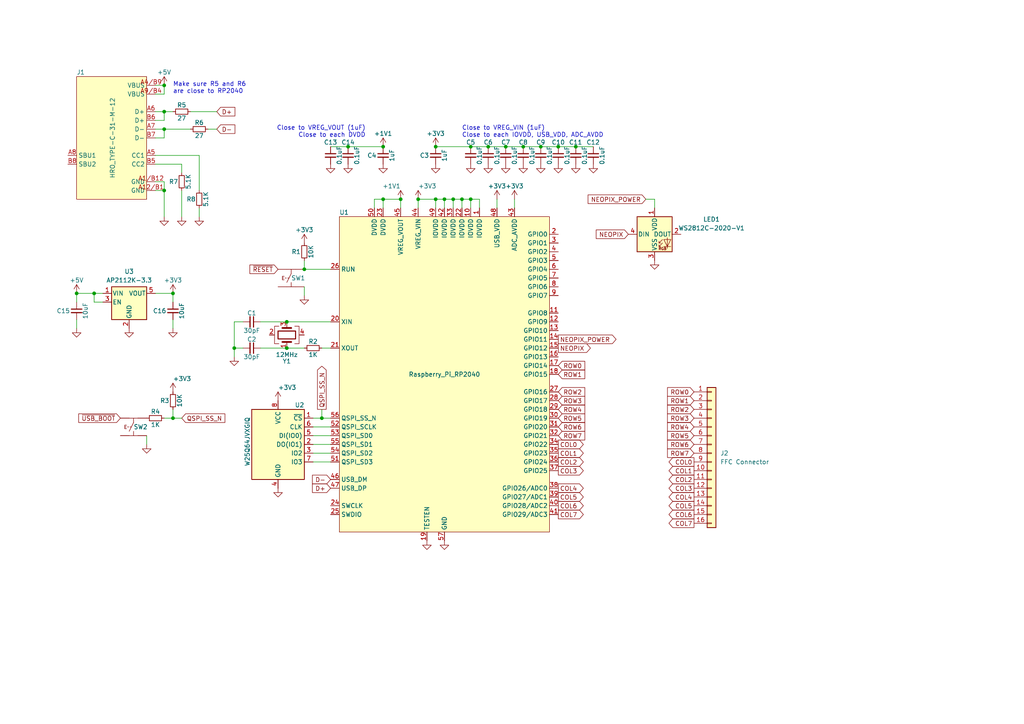
<source format=kicad_sch>
(kicad_sch (version 20230121) (generator eeschema)
  (paper "A4")
  (title_block (title "Five Octave - MCU") (date "2023-08-14") (rev "0.1.0-wip.1") (comment 1 "https://github.com/takayoshiotake/five-octave-61-key-keyboard"))
  (lib_symbols
    (symbol "Connector_Generic:Conn_01x16" (pin_names (offset 1.016) hide)
      (property "Reference" "J" (at 0 20.32 0))
      (property "Value" "Conn_01x16" (at 0 -22.86 0))
      (symbol "Conn_01x16_1_1"
        (rectangle (start -1.27 -20.193) (end 0 -20.447) (stroke (width 0.1524)))
        (rectangle (start -1.27 -17.653) (end 0 -17.907) (stroke (width 0.1524)))
        (rectangle (start -1.27 -15.113) (end 0 -15.367) (stroke (width 0.1524)))
        (rectangle (start -1.27 -12.573) (end 0 -12.827) (stroke (width 0.1524)))
        (rectangle (start -1.27 -10.033) (end 0 -10.287) (stroke (width 0.1524)))
        (rectangle (start -1.27 -7.493) (end 0 -7.747) (stroke (width 0.1524)))
        (rectangle (start -1.27 -4.953) (end 0 -5.207) (stroke (width 0.1524)))
        (rectangle (start -1.27 -2.413) (end 0 -2.667) (stroke (width 0.1524)))
        (rectangle (start -1.27 0.127) (end 0 -0.127) (stroke (width 0.1524)))
        (rectangle (start -1.27 2.667) (end 0 2.413) (stroke (width 0.1524)))
        (rectangle (start -1.27 5.207) (end 0 4.953) (stroke (width 0.1524)))
        (rectangle (start -1.27 7.747) (end 0 7.493) (stroke (width 0.1524)))
        (rectangle (start -1.27 10.287) (end 0 10.033) (stroke (width 0.1524)))
        (rectangle (start -1.27 12.827) (end 0 12.573) (stroke (width 0.1524)))
        (rectangle (start -1.27 15.367) (end 0 15.113) (stroke (width 0.1524)))
        (rectangle (start -1.27 17.907) (end 0 17.653) (stroke (width 0.1524)))
        (rectangle (start -1.27 19.05) (end 1.27 -21.59) (stroke (width 0.254)) (fill (type background)))
        (pin passive line (at -5.08 17.78 0) (length 3.81) (name "Pin_1") (number "1"))
        (pin passive line (at -5.08 -5.08 0) (length 3.81) (name "Pin_10") (number "10"))
        (pin passive line (at -5.08 -7.62 0) (length 3.81) (name "Pin_11") (number "11"))
        (pin passive line (at -5.08 -10.16 0) (length 3.81) (name "Pin_12") (number "12"))
        (pin passive line (at -5.08 -12.7 0) (length 3.81) (name "Pin_13") (number "13"))
        (pin passive line (at -5.08 -15.24 0) (length 3.81) (name "Pin_14") (number "14"))
        (pin passive line (at -5.08 -17.78 0) (length 3.81) (name "Pin_15") (number "15"))
        (pin passive line (at -5.08 -20.32 0) (length 3.81) (name "Pin_16") (number "16"))
        (pin passive line (at -5.08 15.24 0) (length 3.81) (name "Pin_2") (number "2"))
        (pin passive line (at -5.08 12.7 0) (length 3.81) (name "Pin_3") (number "3"))
        (pin passive line (at -5.08 10.16 0) (length 3.81) (name "Pin_4") (number "4"))
        (pin passive line (at -5.08 7.62 0) (length 3.81) (name "Pin_5") (number "5"))
        (pin passive line (at -5.08 5.08 0) (length 3.81) (name "Pin_6") (number "6"))
        (pin passive line (at -5.08 2.54 0) (length 3.81) (name "Pin_7") (number "7"))
        (pin passive line (at -5.08 0 0) (length 3.81) (name "Pin_8") (number "8"))
        (pin passive line (at -5.08 -2.54 0) (length 3.81) (name "Pin_9") (number "9"))
      )
    )
    (symbol "Device:C_Small" (pin_numbers hide) (pin_names (offset 0.254) hide)
      (property "Reference" "C" (at 0.254 1.778 0))
      (property "Value" "C_Small" (at 0.254 -2.032 0))
      (symbol "C_Small_0_1"
        (polyline (pts (xy -1.524 -0.508) (xy 1.524 -0.508)) (stroke (width 0.3302)))
        (polyline (pts (xy -1.524 0.508) (xy 1.524 0.508)) (stroke (width 0.3048)))
      )
      (symbol "C_Small_1_1"
        (pin passive line (at 0 2.54 270) (length 2.032) (name "~") (number "1"))
        (pin passive line (at 0 -2.54 90) (length 2.032) (name "~") (number "2"))
      )
    )
    (symbol "Device:Crystal_GND24" (pin_names (offset 1.016) hide)
      (property "Reference" "Y" (at 3.175 5.08 0))
      (property "Value" "Crystal_GND24" (at 3.175 3.175 0))
      (symbol "Crystal_GND24_0_1"
        (rectangle (start -1.143 2.54) (end 1.143 -2.54) (stroke (width 0.3048)))
        (polyline (pts (xy -2.54 0) (xy -2.032 0)))
        (polyline (pts (xy -2.032 -1.27) (xy -2.032 1.27)) (stroke (width 0.508)))
        (polyline (pts (xy 0 -3.81) (xy 0 -3.556)))
        (polyline (pts (xy 0 3.556) (xy 0 3.81)))
        (polyline (pts (xy 2.032 -1.27) (xy 2.032 1.27)) (stroke (width 0.508)))
        (polyline (pts (xy 2.032 0) (xy 2.54 0)))
        (polyline (pts (xy -2.54 -2.286) (xy -2.54 -3.556) (xy 2.54 -3.556) (xy 2.54 -2.286)))
        (polyline (pts (xy -2.54 2.286) (xy -2.54 3.556) (xy 2.54 3.556) (xy 2.54 2.286)))
      )
      (symbol "Crystal_GND24_1_1"
        (pin passive line (at -3.81 0 0) (length 1.27) (name "1") (number "1"))
        (pin passive line (at 0 5.08 270) (length 1.27) (name "2") (number "2"))
        (pin passive line (at 3.81 0 180) (length 1.27) (name "3") (number "3"))
        (pin passive line (at 0 -5.08 90) (length 1.27) (name "4") (number "4"))
      )
    )
    (symbol "Device:R_Small" (pin_numbers hide) (pin_names (offset 0.254) hide)
      (property "Reference" "R" (at 0.762 0.508 0))
      (property "Value" "R_Small" (at 0.762 -1.016 0))
      (symbol "R_Small_0_1"
        (rectangle (start -0.762 1.778) (end 0.762 -1.778) (stroke (width 0.2032)))
      )
      (symbol "R_Small_1_1"
        (pin passive line (at 0 2.54 270) (length 0.762) (name "~") (number "1"))
        (pin passive line (at 0 -2.54 90) (length 0.762) (name "~") (number "2"))
      )
    )
    (symbol "LED:WS2812B" (pin_names (offset 0.254))
      (property "Reference" "D" (at 5.08 5.715 0))
      (property "Value" "WS2812B" (at 1.27 -5.715 0))
      (symbol "WS2812B_0_0"
        (text "RGB" (at 2.286 -4.191 0) (effects (font (size 0.762 0.762))))
      )
      (symbol "WS2812B_0_1"
        (polyline (pts (xy 1.27 -3.556) (xy 1.778 -3.556)))
        (polyline (pts (xy 1.27 -2.54) (xy 1.778 -2.54)))
        (polyline (pts (xy 4.699 -3.556) (xy 2.667 -3.556)))
        (polyline (pts (xy 2.286 -2.54) (xy 1.27 -3.556) (xy 1.27 -3.048)))
        (polyline (pts (xy 2.286 -1.524) (xy 1.27 -2.54) (xy 1.27 -2.032)))
        (polyline (pts (xy 3.683 -1.016) (xy 3.683 -3.556) (xy 3.683 -4.064)))
        (polyline (pts (xy 4.699 -1.524) (xy 2.667 -1.524) (xy 3.683 -3.556) (xy 4.699 -1.524)))
        (rectangle (start 5.08 5.08) (end -5.08 -5.08) (stroke (width 0.254)) (fill (type background)))
      )
      (symbol "WS2812B_1_1"
        (pin power_in line (at 0 7.62 270) (length 2.54) (name "VDD") (number "1"))
        (pin output line (at 7.62 0 180) (length 2.54) (name "DOUT") (number "2"))
        (pin power_in line (at 0 -7.62 90) (length 2.54) (name "VSS") (number "3"))
        (pin input line (at -7.62 0 0) (length 2.54) (name "DIN") (number "4"))
      )
    )
    (symbol "Project_Library:Alps_Alpine_SKRP" (pin_numbers hide) (pin_names (offset 0) hide)
      (property "Reference" "SW" (at 0 7.62 0))
      (property "Value" "Alps_Alpine_SKRP" (at 0 5.08 0))
      (symbol "Alps_Alpine_SKRP_0_0"
        (polyline (pts (xy 0 1.27) (xy 1.27 -1.27)))
        (polyline (pts (xy 0.635 0) (xy 1.016 0)))
        (polyline (pts (xy 1.397 0) (xy 1.778 0)))
        (polyline (pts (xy 2.032 -0.508) (xy 2.54 -0.508)))
        (polyline (pts (xy 2.032 0.508) (xy 2.54 0.508)))
        (polyline (pts (xy 2.159 0) (xy 2.54 0)))
        (polyline (pts (xy 2.54 0.508) (xy 2.54 -0.508)))
      )
      (symbol "Alps_Alpine_SKRP_0_1"
        (polyline (pts (xy -1.27 -2.54) (xy 1.27 -2.54)))
        (polyline (pts (xy 0 -1.27) (xy 0 -2.54)))
        (polyline (pts (xy 0 2.54) (xy 0 1.27)))
        (polyline (pts (xy 1.27 2.54) (xy -1.27 2.54)))
        (pin passive line (at -3.81 2.54 0) (length 2.54) (name "1") (number "1"))
        (pin passive line (at 3.81 2.54 180) (length 2.54) (name "2") (number "2"))
        (pin passive line (at -3.81 -2.54 0) (length 2.54) (name "3") (number "3"))
        (pin passive line (at 3.81 -2.54 180) (length 2.54) (name "4") (number "4"))
      )
    )
    (symbol "Project_Library:HRO_TYPE-C-31-M-12"
      (property "Reference" "J" (at 0 20.32 0))
      (property "Value" "HRO_TYPE-C-31-M-12" (at 0 -20.32 0))
      (symbol "HRO_TYPE-C-31-M-12_0_1"
        (rectangle (start -10.16 17.78) (end 10.16 -17.78) (fill (type background)))
      )
      (symbol "HRO_TYPE-C-31-M-12_1_1"
        (pin power_out line (at 12.7 -12.7 180) (length 2.54) (name "GND") (number "A1/B12"))
        (pin power_out line (at 12.7 -15.24 180) (length 2.54) (name "GND") (number "A12/B1"))
        (pin power_out line (at 12.7 15.24 180) (length 2.54) (name "VBUS") (number "A4/B9"))
        (pin passive line (at 12.7 -5.08 180) (length 2.54) (name "CC1") (number "A5"))
        (pin passive line (at 12.7 7.62 180) (length 2.54) (name "D+") (number "A6"))
        (pin passive line (at 12.7 2.54 180) (length 2.54) (name "D-") (number "A7"))
        (pin passive line (at -12.7 -5.08 0) (length 2.54) (name "SBU1") (number "A8"))
        (pin power_out line (at 12.7 12.7 180) (length 2.54) (name "VBUS") (number "A9/B4"))
        (pin passive line (at 12.7 -7.62 180) (length 2.54) (name "CC2") (number "B5"))
        (pin passive line (at 12.7 5.08 180) (length 2.54) (name "D+") (number "B6"))
        (pin passive line (at 12.7 0 180) (length 2.54) (name "D-") (number "B7"))
        (pin passive line (at -12.7 -7.62 0) (length 2.54) (name "SBU2") (number "B8"))
      )
    )
    (symbol "Project_Library:Raspberry_Pi_RP2040"
      (property "Reference" "U" (at -30.48 48.26 0))
      (property "Value" "Raspberry_Pi_RP2040" (at 30.48 -48.26 0))
      (symbol "Raspberry_Pi_RP2040_0_1"
        (rectangle (start -30.48 45.72) (end 30.48 -45.72) (fill (type background)))
      )
      (symbol "Raspberry_Pi_RP2040_1_1"
        (pin power_in line (at 10.16 48.26 270) (length 2.54) (name "IOVDD") (number "1"))
        (pin power_in line (at 7.62 48.26 270) (length 2.54) (name "IOVDD") (number "10"))
        (pin bidirectional line (at 33.02 17.78 180) (length 2.54) (name "GPIO8") (number "11"))
        (pin bidirectional line (at 33.02 15.24 180) (length 2.54) (name "GPIO9") (number "12"))
        (pin bidirectional line (at 33.02 12.7 180) (length 2.54) (name "GPIO10") (number "13"))
        (pin bidirectional line (at 33.02 10.16 180) (length 2.54) (name "GPIO11") (number "14"))
        (pin bidirectional line (at 33.02 7.62 180) (length 2.54) (name "GPIO12") (number "15"))
        (pin bidirectional line (at 33.02 5.08 180) (length 2.54) (name "GPIO13") (number "16"))
        (pin bidirectional line (at 33.02 2.54 180) (length 2.54) (name "GPIO14") (number "17"))
        (pin bidirectional line (at 33.02 0 180) (length 2.54) (name "GPIO15") (number "18"))
        (pin passive line (at -5.08 -48.26 90) (length 2.54) (name "TESTEN") (number "19"))
        (pin bidirectional line (at 33.02 40.64 180) (length 2.54) (name "GPIO0") (number "2"))
        (pin input line (at -33.02 15.24 0) (length 2.54) (name "XIN") (number "20"))
        (pin passive line (at -33.02 7.62 0) (length 2.54) (name "XOUT") (number "21"))
        (pin power_in line (at 5.08 48.26 270) (length 2.54) (name "IOVDD") (number "22"))
        (pin power_in line (at -17.78 48.26 270) (length 2.54) (name "DVDD") (number "23"))
        (pin output line (at -33.02 -38.1 0) (length 2.54) (name "SWCLK") (number "24"))
        (pin bidirectional line (at -33.02 -40.64 0) (length 2.54) (name "SWDIO") (number "25"))
        (pin input line (at -33.02 30.48 0) (length 2.54) (name "RUN") (number "26"))
        (pin bidirectional line (at 33.02 -5.08 180) (length 2.54) (name "GPIO16") (number "27"))
        (pin bidirectional line (at 33.02 -7.62 180) (length 2.54) (name "GPIO17") (number "28"))
        (pin bidirectional line (at 33.02 -10.16 180) (length 2.54) (name "GPIO18") (number "29"))
        (pin bidirectional line (at 33.02 38.1 180) (length 2.54) (name "GPIO1") (number "3"))
        (pin bidirectional line (at 33.02 -12.7 180) (length 2.54) (name "GPIO19") (number "30"))
        (pin bidirectional line (at 33.02 -15.24 180) (length 2.54) (name "GPIO20") (number "31"))
        (pin bidirectional line (at 33.02 -17.78 180) (length 2.54) (name "GPIO21") (number "32"))
        (pin power_in line (at 2.54 48.26 270) (length 2.54) (name "IOVDD") (number "33"))
        (pin bidirectional line (at 33.02 -20.32 180) (length 2.54) (name "GPIO22") (number "34"))
        (pin bidirectional line (at 33.02 -22.86 180) (length 2.54) (name "GPIO23") (number "35"))
        (pin bidirectional line (at 33.02 -25.4 180) (length 2.54) (name "GPIO24") (number "36"))
        (pin bidirectional line (at 33.02 -27.94 180) (length 2.54) (name "GPIO25") (number "37"))
        (pin bidirectional line (at 33.02 -33.02 180) (length 2.54) (name "GPIO26/ADC0") (number "38"))
        (pin bidirectional line (at 33.02 -35.56 180) (length 2.54) (name "GPIO27/ADC1") (number "39"))
        (pin bidirectional line (at 33.02 35.56 180) (length 2.54) (name "GPIO2") (number "4"))
        (pin bidirectional line (at 33.02 -38.1 180) (length 2.54) (name "GPIO28/ADC2") (number "40"))
        (pin bidirectional line (at 33.02 -40.64 180) (length 2.54) (name "GPIO29/ADC3") (number "41"))
        (pin power_in line (at 0 48.26 270) (length 2.54) (name "IOVDD") (number "42"))
        (pin power_in line (at 20.32 48.26 270) (length 2.54) (name "ADC_AVDD") (number "43"))
        (pin power_in line (at -7.62 48.26 270) (length 2.54) (name "VREG_VIN") (number "44"))
        (pin power_out line (at -12.7 48.26 270) (length 2.54) (name "VREG_VOUT") (number "45"))
        (pin bidirectional line (at -33.02 -30.48 0) (length 2.54) (name "USB_DM") (number "46"))
        (pin bidirectional line (at -33.02 -33.02 0) (length 2.54) (name "USB_DP") (number "47"))
        (pin power_in line (at 15.24 48.26 270) (length 2.54) (name "USB_VDD") (number "48"))
        (pin power_in line (at -2.54 48.26 270) (length 2.54) (name "IOVDD") (number "49"))
        (pin bidirectional line (at 33.02 33.02 180) (length 2.54) (name "GPIO3") (number "5"))
        (pin power_in line (at -20.32 48.26 270) (length 2.54) (name "DVDD") (number "50"))
        (pin bidirectional line (at -33.02 -25.4 0) (length 2.54) (name "QSPI_SD3") (number "51"))
        (pin output line (at -33.02 -15.24 0) (length 2.54) (name "QSPI_SCLK") (number "52"))
        (pin bidirectional line (at -33.02 -17.78 0) (length 2.54) (name "QSPI_SD0") (number "53"))
        (pin bidirectional line (at -33.02 -22.86 0) (length 2.54) (name "QSPI_SD2") (number "54"))
        (pin bidirectional line (at -33.02 -20.32 0) (length 2.54) (name "QSPI_SD1") (number "55"))
        (pin bidirectional line (at -33.02 -12.7 0) (length 2.54) (name "QSPI_SS_N") (number "56"))
        (pin power_in line (at 0 -48.26 90) (length 2.54) (name "GND") (number "57"))
        (pin bidirectional line (at 33.02 30.48 180) (length 2.54) (name "GPIO4") (number "6"))
        (pin bidirectional line (at 33.02 27.94 180) (length 2.54) (name "GPIO5") (number "7"))
        (pin bidirectional line (at 33.02 25.4 180) (length 2.54) (name "GPIO6") (number "8"))
        (pin bidirectional line (at 33.02 22.86 180) (length 2.54) (name "GPIO7") (number "9"))
      )
    )
    (symbol "Regulator_Linear:AP2112K-3.3" (pin_names (offset 0.254))
      (property "Reference" "U" (at -5.08 5.715 0))
      (property "Value" "AP2112K-3.3" (at 0 5.715 0))
      (symbol "AP2112K-3.3_0_1"
        (rectangle (start -5.08 4.445) (end 5.08 -5.08) (stroke (width 0.254)) (fill (type background)))
      )
      (symbol "AP2112K-3.3_1_1"
        (pin power_in line (at -7.62 2.54 0) (length 2.54) (name "VIN") (number "1"))
        (pin power_in line (at 0 -7.62 90) (length 2.54) (name "GND") (number "2"))
        (pin input line (at -7.62 0 0) (length 2.54) (name "EN") (number "3"))
        (pin no_connect line (at 5.08 0 180) (length 2.54) hide (name "NC") (number "4"))
        (pin power_out line (at 7.62 2.54 180) (length 2.54) (name "VOUT") (number "5"))
      )
    )
    (symbol "W25Q32JVSS_1"
      (property "Reference" "U" (at -6.35 11.43 0))
      (property "Value" "W25Q32JVSS" (at 7.62 11.43 0))
      (symbol "W25Q32JVSS_1_0_1"
        (rectangle (start -7.62 10.16) (end 7.62 -10.16) (stroke (width 0.254)) (fill (type background)))
      )
      (symbol "W25Q32JVSS_1_1_1"
        (pin input line (at -10.16 7.62 0) (length 2.54) (name "~{CS}") (number "1"))
        (pin bidirectional line (at -10.16 0 0) (length 2.54) (name "DO(IO1)") (number "2"))
        (pin bidirectional line (at -10.16 -2.54 0) (length 2.54) (name "IO2") (number "3"))
        (pin power_in line (at 0 -12.7 90) (length 2.54) (name "GND") (number "4"))
        (pin bidirectional line (at -10.16 2.54 0) (length 2.54) (name "DI(IO0)") (number "5"))
        (pin input line (at -10.16 5.08 0) (length 2.54) (name "CLK") (number "6"))
        (pin bidirectional line (at -10.16 -5.08 0) (length 2.54) (name "IO3") (number "7"))
        (pin power_in line (at 0 12.7 270) (length 2.54) (name "VCC") (number "8"))
      )
    )
    (symbol "power:+1V1" (power) (pin_names (offset 0))
      (property "Value" "+1V1" (at 0 3.556 0))
      (symbol "+1V1_0_1"
        (polyline (pts (xy -0.762 1.27) (xy 0 2.54)))
        (polyline (pts (xy 0 0) (xy 0 2.54)))
        (polyline (pts (xy 0 2.54) (xy 0.762 1.27)))
      )
      (symbol "+1V1_1_1"
        (pin power_in line (at 0 0 90) (length 0) hide (name "+1V1") (number "1"))
      )
    )
    (symbol "power:+3V3" (power) (pin_names (offset 0))
      (property "Value" "+3V3" (at 0 3.556 0))
      (symbol "+3V3_0_1"
        (polyline (pts (xy -0.762 1.27) (xy 0 2.54)))
        (polyline (pts (xy 0 0) (xy 0 2.54)))
        (polyline (pts (xy 0 2.54) (xy 0.762 1.27)))
      )
      (symbol "+3V3_1_1"
        (pin power_in line (at 0 0 90) (length 0) hide (name "+3V3") (number "1"))
      )
    )
    (symbol "power:+5V" (power) (pin_names (offset 0))
      (property "Value" "+5V" (at 0 3.556 0))
      (symbol "+5V_0_1"
        (polyline (pts (xy -0.762 1.27) (xy 0 2.54)))
        (polyline (pts (xy 0 0) (xy 0 2.54)))
        (polyline (pts (xy 0 2.54) (xy 0.762 1.27)))
      )
      (symbol "+5V_1_1"
        (pin power_in line (at 0 0 90) (length 0) hide (name "+5V") (number "1"))
      )
    )
    (symbol "power:GND" (power) (pin_names (offset 0))
      (property "Value" "GND" (at 0 -3.81 0))
      (symbol "GND_0_1"
        (polyline (pts (xy 0 0) (xy 0 -1.27) (xy 1.27 -1.27) (xy 0 -2.54) (xy -1.27 -1.27) (xy 0 -1.27)))
      )
      (symbol "GND_1_1"
        (pin power_in line (at 0 0 270) (length 0) hide (name "GND") (number "1"))
      )
    )
  )
  (junction (at 133.985 57.785))
  (junction (at 47.625 32.385))
  (junction (at 146.685 42.545))
  (junction (at 22.225 85.09))
  (junction (at 50.165 121.285))
  (junction (at 126.365 57.785))
  (junction (at 50.165 85.09))
  (junction (at 136.525 57.785))
  (junction (at 111.125 42.545))
  (junction (at 136.525 42.545))
  (junction (at 128.905 57.785))
  (junction (at 151.765 42.545))
  (junction (at 47.625 37.465))
  (junction (at 83.185 93.345))
  (junction (at 156.845 42.545))
  (junction (at 111.125 57.785))
  (junction (at 47.625 55.245))
  (junction (at 88.265 78.105))
  (junction (at 126.365 42.545))
  (junction (at 167.005 42.545))
  (junction (at 131.445 57.785))
  (junction (at 47.625 24.765))
  (junction (at 93.345 121.285))
  (junction (at 116.205 57.785))
  (junction (at 121.285 57.785))
  (junction (at 141.605 42.545))
  (junction (at 161.925 42.545))
  (junction (at 100.965 42.545))
  (junction (at 67.945 100.965))
  (junction (at 27.305 85.09))
  (junction (at 83.185 100.965))
  (wire (pts (xy 139.065 57.785) (xy 136.525 57.785)))
  (wire (pts (xy 93.345 118.745) (xy 93.345 121.285)))
  (wire (pts (xy 90.805 126.365) (xy 95.885 126.365)))
  (wire (pts (xy 45.085 52.705) (xy 47.625 52.705)))
  (wire (pts (xy 22.225 85.09) (xy 27.305 85.09)))
  (wire (pts (xy 133.985 57.785) (xy 133.985 60.325)))
  (wire (pts (xy 144.145 57.785) (xy 144.145 60.325)))
  (wire (pts (xy 45.085 34.925) (xy 47.625 34.925)))
  (wire (pts (xy 45.085 24.765) (xy 47.625 24.765)))
  (wire (pts (xy 141.605 42.545) (xy 146.685 42.545)))
  (wire (pts (xy 116.205 57.785) (xy 116.205 60.325)))
  (wire (pts (xy 126.365 57.785) (xy 121.285 57.785)))
  (wire (pts (xy -25.4 149.86) (xy -25.4 152.4)))
  (wire (pts (xy 128.905 57.785) (xy 126.365 57.785)))
  (wire (pts (xy 90.805 123.825) (xy 95.885 123.825)))
  (wire (pts (xy 45.085 27.305) (xy 47.625 27.305)))
  (wire (pts (xy 90.805 133.985) (xy 95.885 133.985)))
  (wire (pts (xy 42.545 126.365) (xy 42.545 128.905)))
  (wire (pts (xy 47.625 52.705) (xy 47.625 55.245)))
  (wire (pts (xy 151.765 42.545) (xy 156.845 42.545)))
  (wire (pts (xy 47.625 121.285) (xy 50.165 121.285)))
  (wire (pts (xy 45.085 55.245) (xy 47.625 55.245)))
  (wire (pts (xy 45.085 85.09) (xy 50.165 85.09)))
  (wire (pts (xy 90.805 121.285) (xy 93.345 121.285)))
  (wire (pts (xy 45.085 47.625) (xy 52.705 47.625)))
  (wire (pts (xy 47.625 37.465) (xy 55.245 37.465)))
  (wire (pts (xy 52.705 55.245) (xy 52.705 62.865)))
  (wire (pts (xy 100.965 42.545) (xy 111.125 42.545)))
  (wire (pts (xy 29.845 85.09) (xy 27.305 85.09)))
  (wire (pts (xy 156.845 42.545) (xy 161.925 42.545)))
  (wire (pts (xy 88.265 78.105) (xy 95.885 78.105)))
  (wire (pts (xy 50.165 92.71) (xy 50.165 95.25)))
  (wire (pts (xy 161.925 42.545) (xy 167.005 42.545)))
  (wire (pts (xy 45.085 37.465) (xy 47.625 37.465)))
  (wire (pts (xy 22.225 85.09) (xy 22.225 87.63)))
  (wire (pts (xy 47.625 32.385) (xy 50.165 32.385)))
  (wire (pts (xy 88.265 83.185) (xy 88.265 85.725)))
  (wire (pts (xy 126.365 60.325) (xy 126.365 57.785)))
  (wire (pts (xy 146.685 42.545) (xy 151.765 42.545)))
  (wire (pts (xy 108.585 60.325) (xy 108.585 57.785)))
  (wire (pts (xy 136.525 57.785) (xy 133.985 57.785)))
  (wire (pts (xy 131.445 57.785) (xy 131.445 60.325)))
  (wire (pts (xy 47.625 40.005) (xy 47.625 37.465)))
  (wire (pts (xy 139.065 60.325) (xy 139.065 57.785)))
  (wire (pts (xy 126.365 42.545) (xy 136.525 42.545)))
  (wire (pts (xy 111.125 57.785) (xy 116.205 57.785)))
  (wire (pts (xy 111.125 57.785) (xy 111.125 60.325)))
  (wire (pts (xy 67.945 93.345) (xy 70.485 93.345)))
  (wire (pts (xy 67.945 93.345) (xy 67.945 100.965)))
  (wire (pts (xy 22.225 92.71) (xy 22.225 95.25)))
  (wire (pts (xy 95.885 42.545) (xy 100.965 42.545)))
  (wire (pts (xy 131.445 57.785) (xy 128.905 57.785)))
  (wire (pts (xy 45.085 45.085) (xy 57.785 45.085)))
  (wire (pts (xy 29.845 87.63) (xy 27.305 87.63)))
  (wire (pts (xy 47.625 32.385) (xy 47.625 34.925)))
  (wire (pts (xy 88.265 75.565) (xy 88.265 78.105)))
  (wire (pts (xy 50.165 85.09) (xy 50.165 87.63)))
  (wire (pts (xy 88.265 100.965) (xy 83.185 100.965)))
  (wire (pts (xy 149.225 57.785) (xy 149.225 60.325)))
  (wire (pts (xy 45.085 32.385) (xy 47.625 32.385)))
  (wire (pts (xy 60.325 37.465) (xy 62.865 37.465)))
  (wire (pts (xy 75.565 93.345) (xy 83.185 93.345)))
  (wire (pts (xy 93.345 100.965) (xy 95.885 100.965)))
  (wire (pts (xy 128.905 57.785) (xy 128.905 60.325)))
  (wire (pts (xy 93.345 121.285) (xy 95.885 121.285)))
  (wire (pts (xy 55.245 32.385) (xy 62.865 32.385)))
  (wire (pts (xy 57.785 45.085) (xy 57.785 55.245)))
  (wire (pts (xy 45.085 40.005) (xy 47.625 40.005)))
  (wire (pts (xy 136.525 57.785) (xy 136.525 60.325)))
  (wire (pts (xy 50.165 118.745) (xy 50.165 121.285)))
  (wire (pts (xy 90.805 131.445) (xy 95.885 131.445)))
  (wire (pts (xy 90.805 128.905) (xy 95.885 128.905)))
  (wire (pts (xy 108.585 57.785) (xy 111.125 57.785)))
  (wire (pts (xy 52.705 47.625) (xy 52.705 50.165)))
  (wire (pts (xy 47.625 24.765) (xy 47.625 27.305)))
  (wire (pts (xy 187.325 57.785) (xy 189.865 57.785)))
  (wire (pts (xy 47.625 55.245) (xy 47.625 62.865)))
  (wire (pts (xy 83.185 93.345) (xy 95.885 93.345)))
  (wire (pts (xy 57.785 62.865) (xy 57.785 60.325)))
  (wire (pts (xy 136.525 42.545) (xy 141.605 42.545)))
  (wire (pts (xy 50.165 121.285) (xy 52.705 121.285)))
  (wire (pts (xy 27.305 87.63) (xy 27.305 85.09)))
  (wire (pts (xy 167.005 42.545) (xy 172.085 42.545)))
  (wire (pts (xy 189.865 57.785) (xy 189.865 60.325)))
  (wire (pts (xy 121.285 57.785) (xy 121.285 60.325)))
  (wire (pts (xy 75.565 100.965) (xy 83.185 100.965)))
  (wire (pts (xy 133.985 57.785) (xy 131.445 57.785)))
  (wire (pts (xy 67.945 100.965) (xy 67.945 103.505)))
  (wire (pts (xy 67.945 100.965) (xy 70.485 100.965)))
  (text "Make sure R5 and R6\nare close to RP2040" (at 50.165 27.305 0) (effects (font (size 1.27 1.27)) (justify left bottom)))
  (text "Close to VREG_VOUT (1uF)\nClose to each DVDD" (at 106.045 40.005 0) (effects (font (size 1.27 1.27)) (justify right bottom)))
  (text "Close to VREG_VIN (1uF)\nClose to each IOVDD, USB_VDD, ADC_AVDD" (at 133.985 40.005 0) (effects (font (size 1.27 1.27)) (justify left bottom)))
  (global_label "ROW6" (shape input) (at 201.295 128.905 180) (property "Intersheetrefs" "${INTERSHEET_REFS}" (effects hide)))
  (global_label "COL4" (shape output) (at 161.925 141.605 0) (property "Intersheetrefs" "${INTERSHEET_REFS}" (effects hide)))
  (global_label "ROW6" (shape input) (at 161.925 123.825 0) (property "Intersheetrefs" "${INTERSHEET_REFS}" (effects hide)))
  (global_label "COL6" (shape output) (at 161.925 146.685 0) (property "Intersheetrefs" "${INTERSHEET_REFS}" (effects hide)))
  (global_label "ROW3" (shape input) (at 161.925 116.205 0) (property "Intersheetrefs" "${INTERSHEET_REFS}" (effects hide)))
  (global_label "COL7" (shape output) (at 201.295 151.765 180) (property "Intersheetrefs" "${INTERSHEET_REFS}" (effects hide)))
  (global_label "ROW2" (shape input) (at 201.295 118.745 180) (property "Intersheetrefs" "${INTERSHEET_REFS}" (effects hide)))
  (global_label "COL4" (shape output) (at 201.295 144.145 180) (property "Intersheetrefs" "${INTERSHEET_REFS}" (effects hide)))
  (global_label "ROW2" (shape input) (at 161.925 113.665 0) (property "Intersheetrefs" "${INTERSHEET_REFS}" (effects hide)))
  (global_label "COL0" (shape output) (at 201.295 133.985 180) (property "Intersheetrefs" "${INTERSHEET_REFS}" (effects hide)))
  (global_label "COL1" (shape output) (at 201.295 136.525 180) (property "Intersheetrefs" "${INTERSHEET_REFS}" (effects hide)))
  (global_label "NEOPIX" (shape output) (at 161.925 100.965 0) (property "Intersheetrefs" "${INTERSHEET_REFS}" (effects hide)))
  (global_label "~{USB_BOOT}" (shape input) (at 34.925 121.285 180) (property "Intersheetrefs" "${INTERSHEET_REFS}" (effects hide)))
  (global_label "NEOPIX" (shape input) (at 182.245 67.945 180) (property "Intersheetrefs" "${INTERSHEET_REFS}" (effects hide)))
  (global_label "ROW0" (shape input) (at 201.295 113.665 180) (property "Intersheetrefs" "${INTERSHEET_REFS}" (effects hide)))
  (global_label "ROW3" (shape input) (at 201.295 121.285 180) (property "Intersheetrefs" "${INTERSHEET_REFS}" (effects hide)))
  (global_label "D+" (shape input) (at 62.865 32.385 0) (property "Intersheetrefs" "${INTERSHEET_REFS}" (effects hide)))
  (global_label "COL2" (shape output) (at 161.925 133.985 0) (property "Intersheetrefs" "${INTERSHEET_REFS}" (effects hide)))
  (global_label "D-" (shape input) (at 95.885 139.065 180) (property "Intersheetrefs" "${INTERSHEET_REFS}" (effects hide)))
  (global_label "COL2" (shape output) (at 201.295 139.065 180) (property "Intersheetrefs" "${INTERSHEET_REFS}" (effects hide)))
  (global_label "ROW7" (shape input) (at 161.925 126.365 0) (property "Intersheetrefs" "${INTERSHEET_REFS}" (effects hide)))
  (global_label "D+" (shape input) (at 95.885 141.605 180) (property "Intersheetrefs" "${INTERSHEET_REFS}" (effects hide)))
  (global_label "ROW5" (shape input) (at 161.925 121.285 0) (property "Intersheetrefs" "${INTERSHEET_REFS}" (effects hide)))
  (global_label "QSPI_SS_N" (shape output) (at 93.345 118.745 90) (property "Intersheetrefs" "${INTERSHEET_REFS}" (effects hide)))
  (global_label "ROW1" (shape input) (at 201.295 116.205 180) (property "Intersheetrefs" "${INTERSHEET_REFS}" (effects hide)))
  (global_label "COL1" (shape output) (at 161.925 131.445 0) (property "Intersheetrefs" "${INTERSHEET_REFS}" (effects hide)))
  (global_label "COL5" (shape output) (at 161.925 144.145 0) (property "Intersheetrefs" "${INTERSHEET_REFS}" (effects hide)))
  (global_label "ROW4" (shape input) (at 201.295 123.825 180) (property "Intersheetrefs" "${INTERSHEET_REFS}" (effects hide)))
  (global_label "ROW5" (shape input) (at 201.295 126.365 180) (property "Intersheetrefs" "${INTERSHEET_REFS}" (effects hide)))
  (global_label "COL5" (shape output) (at 201.295 146.685 180) (property "Intersheetrefs" "${INTERSHEET_REFS}" (effects hide)))
  (global_label "COL6" (shape output) (at 201.295 149.225 180) (property "Intersheetrefs" "${INTERSHEET_REFS}" (effects hide)))
  (global_label "NEOPIX_POWER" (shape input) (at 187.325 57.785 180) (property "Intersheetrefs" "${INTERSHEET_REFS}" (effects hide)))
  (global_label "COL3" (shape output) (at 161.925 136.525 0) (property "Intersheetrefs" "${INTERSHEET_REFS}" (effects hide)))
  (global_label "QSPI_SS_N" (shape input) (at 52.705 121.285 0) (property "Intersheetrefs" "${INTERSHEET_REFS}" (effects hide)))
  (global_label "COL3" (shape output) (at 201.295 141.605 180) (property "Intersheetrefs" "${INTERSHEET_REFS}" (effects hide)))
  (global_label "COL0" (shape output) (at 161.925 128.905 0) (property "Intersheetrefs" "${INTERSHEET_REFS}" (effects hide)))
  (global_label "NEOPIX_POWER" (shape output) (at 161.925 98.425 0) (property "Intersheetrefs" "${INTERSHEET_REFS}" (effects hide)))
  (global_label "COL7" (shape output) (at 161.925 149.225 0) (property "Intersheetrefs" "${INTERSHEET_REFS}" (effects hide)))
  (global_label "D-" (shape input) (at 62.865 37.465 0) (property "Intersheetrefs" "${INTERSHEET_REFS}" (effects hide)))
  (global_label "ROW4" (shape input) (at 161.925 118.745 0) (property "Intersheetrefs" "${INTERSHEET_REFS}" (effects hide)))
  (global_label "ROW7" (shape input) (at 201.295 131.445 180) (property "Intersheetrefs" "${INTERSHEET_REFS}" (effects hide)))
  (global_label "~{RESET}" (shape input) (at 80.645 78.105 180) (property "Intersheetrefs" "${INTERSHEET_REFS}" (effects hide)))
  (global_label "ROW0" (shape input) (at 161.925 106.045 0) (property "Intersheetrefs" "${INTERSHEET_REFS}" (effects hide)))
  (global_label "ROW1" (shape input) (at 161.925 108.585 0) (property "Intersheetrefs" "${INTERSHEET_REFS}" (effects hide)))
  (symbol (lib_id "power:GND") (at 57.785 62.865 0) (unit 1)
    (property "Reference" "#PWR011" (effects hide))
    (property "Value" "GND" (effects hide))
  )
  (symbol (lib_id "power:+1V1") (at 111.125 42.545 0) (unit 1)
    (property "Reference" "#PWR06" (effects hide))
    (property "Value" "+1V1" (at 111.125 38.735 0))
  )
  (symbol (lib_id "power:GND") (at 37.465 95.25 0) (unit 1)
    (property "Reference" "#PWR020" (effects hide))
    (property "Value" "GND" (effects hide))
  )
  (symbol (lib_id "Project_Library:Alps_Alpine_SKRP") (at 38.735 123.825 0) (mirror y) (unit 1)
    (property "Reference" "SW2" (at 38.735 123.825 0) (effects (justify right)))
    (property "Value" "Alps_Alpine_SKRP" (effects hide))
    (property "Footprint" "Project_Library:Tactile_Switch_SKRP_Series" (effects hide))
    (property "LCSC" "C470426" (effects hide))
  )
  (symbol (lib_id "Device:R_Small") (at 50.165 116.205 0) (unit 1)
    (property "Reference" "R3" (at 49.149 116.205 0) (effects (justify right)))
    (property "Value" "10K" (at 52.07 116.205 90))
    (property "Footprint" "Resistor_SMD:R_0402_1005Metric" (effects hide))
  )
  (symbol (lib_id "power:GND") (at 146.685 47.625 0) (unit 1)
    (property "Reference" "#PWR025" (effects hide))
    (property "Value" "GND" (effects hide))
  )
  (symbol (lib_id "power:GND") (at 52.705 62.865 0) (unit 1)
    (property "Reference" "#PWR010" (effects hide))
    (property "Value" "GND" (effects hide))
  )
  (symbol (lib_id "power:+3V3") (at 149.225 57.785 0) (unit 1)
    (property "Reference" "#PWR024" (effects hide))
    (property "Value" "+3V3" (at 149.225 53.975 0))
  )
  (symbol (lib_id "power:GND") (at 50.165 95.25 0) (unit 1)
    (property "Reference" "#PWR027" (effects hide))
    (property "Value" "GND" (effects hide))
  )
  (symbol (lib_id "power:+3V3") (at 126.365 42.545 0) (unit 1)
    (property "Reference" "#PWR018" (effects hide))
    (property "Value" "+3V3" (at 126.365 38.735 0))
  )
  (symbol (lib_id "Device:R_Small") (at 57.785 57.785 0) (unit 1)
    (property "Reference" "R8" (at 56.769 57.785 0) (effects (justify right)))
    (property "Value" "5.1K" (at 59.69 57.785 90))
    (property "Footprint" "Resistor_SMD:R_0402_1005Metric" (effects hide))
  )
  (symbol (lib_id "Project_Library:Alps_Alpine_SKRP") (at 84.455 80.645 0) (mirror y) (unit 1)
    (property "Reference" "SW1" (at 84.455 80.645 0) (effects (justify right)))
    (property "Value" "Alps_Alpine_SKRP" (effects hide))
    (property "Footprint" "Project_Library:Tactile_Switch_SKRP_Series" (effects hide))
    (property "LCSC" "C470426" (effects hide))
  )
  (symbol (lib_id "power:GND") (at 156.845 47.625 0) (unit 1)
    (property "Reference" "#PWR029" (effects hide))
    (property "Value" "GND" (effects hide))
  )
  (symbol (lib_id "power:GND") (at 111.125 47.625 0) (unit 1)
    (property "Reference" "#PWR07" (effects hide))
    (property "Value" "GND" (effects hide))
  )
  (symbol (lib_id "power:+5V") (at 22.225 85.09 0) (unit 1)
    (property "Reference" "#PWR015" (effects hide))
    (property "Value" "+5V" (at 22.225 81.28 0))
  )
  (symbol (lib_id "Device:R_Small") (at 90.805 100.965 270) (unit 1)
    (property "Reference" "R2" (at 90.805 99.06 90))
    (property "Value" "1K" (at 90.805 102.87 90))
    (property "Footprint" "Resistor_SMD:R_0402_1005Metric" (effects hide))
  )
  (symbol (lib_id "power:GND") (at 126.365 47.625 0) (unit 1)
    (property "Reference" "#PWR019" (effects hide))
    (property "Value" "GND" (effects hide))
  )
  (symbol (lib_id "power:GND") (at 22.225 95.25 0) (unit 1)
    (property "Reference" "#PWR016" (effects hide))
    (property "Value" "GND" (effects hide))
  )
  (symbol (lib_id "Device:C_Small") (at 73.025 100.965 270) (unit 1)
    (property "Reference" "C2" (at 73.025 98.425 90))
    (property "Value" "30pF" (at 73.025 103.505 90))
    (property "Footprint" "Capacitor_SMD:C_0402_1005Metric" (effects hide))
  )
  (symbol (lib_id "Device:C_Small") (at 22.225 90.17 0) (unit 1)
    (property "Reference" "C15" (at 20.32 90.17 0) (effects (justify right)))
    (property "Value" "10uF" (at 24.765 90.17 90))
    (property "Footprint" "Capacitor_SMD:C_0402_1005Metric" (effects hide))
  )
  (symbol (lib_id "power:GND") (at 80.645 141.605 0) (unit 1)
    (property "Reference" "#PWR043" (effects hide))
    (property "Value" "GND" (effects hide))
  )
  (symbol (lib_id "power:GND") (at 67.945 103.505 0) (unit 1)
    (property "Reference" "#PWR01" (effects hide))
    (property "Value" "GND" (effects hide))
  )
  (symbol (lib_id "Device:R_Small") (at 45.085 121.285 270) (unit 1)
    (property "Reference" "R4" (at 45.085 119.38 90))
    (property "Value" "1K" (at 45.085 123.19 90))
    (property "Footprint" "Resistor_SMD:R_0402_1005Metric" (effects hide))
  )
  (symbol (lib_id "power:GND") (at 141.605 47.625 0) (unit 1)
    (property "Reference" "#PWR023" (effects hide))
    (property "Value" "GND" (effects hide))
  )
  (symbol (lib_id "power:GND") (at 47.625 62.865 0) (unit 1)
    (property "Reference" "#PWR09" (effects hide))
    (property "Value" "GND" (effects hide))
  )
  (symbol (lib_id "Device:C_Small") (at 136.525 45.085 0) (unit 1)
    (property "Reference" "C5" (at 136.525 41.275 0))
    (property "Value" "0.1uF" (at 139.065 45.085 90))
    (property "Footprint" "Capacitor_SMD:C_0402_1005Metric" (effects hide))
  )
  (symbol (lib_id "power:+3V3") (at 50.165 113.665 0) (unit 1)
    (property "Reference" "#PWR038" (effects hide))
    (property "Value" "+3V3" (at 50.165 109.855 0) (effects (justify left)))
  )
  (symbol (lib_id "Device:C_Small") (at 95.885 45.085 0) (unit 1)
    (property "Reference" "C13" (at 95.885 41.275 0))
    (property "Value" "0.1uF" (at 98.425 45.085 90))
    (property "Footprint" "Capacitor_SMD:C_0402_1005Metric" (effects hide))
  )
  (symbol (lib_id "power:+3V3") (at 121.285 57.785 0) (unit 1)
    (property "Reference" "#PWR013" (effects hide))
    (property "Value" "+3V3" (at 121.285 53.975 0) (effects (justify left)))
  )
  (symbol (lib_id "Device:R_Small") (at 57.785 37.465 270) (unit 1)
    (property "Reference" "R6" (at 57.785 35.56 90))
    (property "Value" "27" (at 57.785 39.37 90))
    (property "Footprint" "Resistor_SMD:R_0402_1005Metric" (effects hide))
  )
  (symbol (lib_id "power:GND") (at 88.265 85.725 0) (unit 1)
    (property "Reference" "#PWR05" (effects hide))
    (property "Value" "GND" (effects hide))
  )
  (symbol (lib_id "power:GND") (at 42.545 128.905 0) (unit 1)
    (property "Reference" "#PWR031" (effects hide))
    (property "Value" "GND" (effects hide))
  )
  (symbol (lib_id "Device:R_Small") (at 88.265 73.025 0) (unit 1)
    (property "Reference" "R1" (at 87.249 73.025 0) (effects (justify right)))
    (property "Value" "10K" (at 90.17 73.025 90))
    (property "Footprint" "Resistor_SMD:R_0402_1005Metric" (effects hide))
  )
  (symbol (lib_id "power:GND") (at 167.005 47.625 0) (unit 1)
    (property "Reference" "#PWR033" (effects hide))
    (property "Value" "GND" (effects hide))
  )
  (symbol (lib_id "power:GND") (at 151.765 47.625 0) (unit 1)
    (property "Reference" "#PWR028" (effects hide))
    (property "Value" "GND" (effects hide))
  )
  (symbol (lib_id "power:GND") (at 128.905 156.845 0) (unit 1)
    (property "Reference" "#PWR017" (effects hide))
    (property "Value" "GND" (effects hide))
  )
  (symbol (lib_id "Regulator_Linear:AP2112K-3.3") (at 37.465 87.63 0) (unit 1)
    (property "Reference" "U3" (at 37.465 78.74 0))
    (property "Value" "AP2112K-3.3" (at 37.465 81.28 0))
    (property "Footprint" "Package_TO_SOT_SMD:SOT-23-5" (effects hide))
    (property "Datasheet" "https://www.diodes.com/assets/Datasheets/AP2112.pdf" (effects hide))
    (property "LCSC" "C51118" (effects hide))
  )
  (symbol (lib_id "Device:R_Small") (at 52.705 32.385 270) (unit 1)
    (property "Reference" "R5" (at 52.705 30.48 90))
    (property "Value" "27" (at 52.705 34.29 90))
    (property "Footprint" "Resistor_SMD:R_0402_1005Metric" (effects hide))
  )
  (symbol (lib_id "Device:C_Small") (at 100.965 45.085 0) (unit 1)
    (property "Reference" "C14" (at 100.965 41.275 0))
    (property "Value" "0.1uF" (at 103.505 45.085 90))
    (property "Footprint" "Capacitor_SMD:C_0402_1005Metric" (effects hide))
  )
  (symbol (lib_id "Device:C_Small") (at 156.845 45.085 0) (unit 1)
    (property "Reference" "C9" (at 156.845 41.275 0))
    (property "Value" "0.1uF" (at 159.385 45.085 90))
    (property "Footprint" "Capacitor_SMD:C_0402_1005Metric" (effects hide))
  )
  (symbol (lib_id "power:GND") (at 161.925 47.625 0) (unit 1)
    (property "Reference" "#PWR030" (effects hide))
    (property "Value" "GND" (effects hide))
  )
  (symbol (lib_id "Device:C_Small") (at 141.605 45.085 0) (unit 1)
    (property "Reference" "C6" (at 141.605 41.275 0))
    (property "Value" "0.1uF" (at 144.145 45.085 90))
    (property "Footprint" "Capacitor_SMD:C_0402_1005Metric" (effects hide))
  )
  (symbol (lib_id "Device:C_Small") (at 161.925 45.085 0) (unit 1)
    (property "Reference" "C10" (at 161.925 41.275 0))
    (property "Value" "0.1uF" (at 164.465 45.085 90))
    (property "Footprint" "Capacitor_SMD:C_0402_1005Metric" (effects hide))
  )
  (symbol (lib_id "Project_Library:Raspberry_Pi_RP2040") (at 128.905 108.585 0) (unit 1)
    (property "Reference" "U1" (at 98.425 61.595 0) (effects (justify left)))
    (property "Value" "Raspberry_Pi_RP2040" (at 128.905 108.585 0))
    (property "Footprint" "Project_Library:RP2040_QFN-56" (effects hide))
    (property "LCSC" "C2040" (effects hide))
  )
  (symbol (lib_id "Device:C_Small") (at 167.005 45.085 0) (unit 1)
    (property "Reference" "C11" (at 168.91 41.275 0) (effects (justify right)))
    (property "Value" "0.1uF" (at 169.545 45.085 90))
    (property "Footprint" "Capacitor_SMD:C_0402_1005Metric" (effects hide))
  )
  (symbol (lib_id "power:GND") (at 123.825 156.845 0) (unit 1)
    (property "Reference" "#PWR014" (effects hide))
    (property "Value" "GND" (effects hide))
  )
  (symbol (lib_id "power:+3V3") (at 50.165 85.09 0) (unit 1)
    (property "Reference" "#PWR026" (effects hide))
    (property "Value" "+3V3" (at 50.165 81.28 0))
  )
  (symbol (lib_name "W25Q32JVSS_1") (lib_id "Memory_Flash:W25Q32JVSS") (at 80.645 128.905 0) (mirror y) (unit 1)
    (property "Reference" "U2" (at 88.265 117.475 0) (effects (justify left)))
    (property "Value" "W25Q64JVXGIQ" (at 71.755 135.255 90) (effects (justify left)))
    (property "Footprint" "Project_Library:XSON-8-EP_4x4mm" (effects hide))
    (property "Datasheet" "http://www.winbond.com/resource-files/w25q32jv%20revg%2003272018%20plus.pdf" (effects hide))
    (property "LCSC" "C2940195" (effects hide))
  )
  (symbol (lib_id "power:GND") (at 189.865 75.565 0) (unit 1)
    (property "Reference" "#PWR041" (effects hide))
    (property "Value" "GND" (effects hide))
  )
  (symbol (lib_id "Device:C_Small") (at 111.125 45.085 0) (unit 1)
    (property "Reference" "C4" (at 109.22 45.085 0) (effects (justify right)))
    (property "Value" "1uF" (at 113.665 45.085 90))
    (property "Footprint" "Capacitor_SMD:C_0402_1005Metric" (effects hide))
  )
  (symbol (lib_id "Device:Crystal_GND24") (at 83.185 97.155 90) (unit 1)
    (property "Reference" "Y1" (at 83.185 104.775 90))
    (property "Value" "12MHz" (at 83.185 102.87 90))
    (property "Footprint" "Crystal:Crystal_SMD_3225-4Pin_3.2x2.5mm" (effects hide))
    (property "LCSC" "C9002" (effects hide))
  )
  (symbol (lib_id "Device:C_Small") (at 126.365 45.085 0) (unit 1)
    (property "Reference" "C3" (at 124.46 45.085 0) (effects (justify right)))
    (property "Value" "1uF" (at 128.905 45.085 90))
    (property "Footprint" "Capacitor_SMD:C_0402_1005Metric" (effects hide))
  )
  (symbol (lib_id "power:GND") (at 172.085 47.625 0) (unit 1)
    (property "Reference" "#PWR035" (effects hide))
    (property "Value" "GND" (effects hide))
  )
  (symbol (lib_id "power:GND") (at 95.885 47.625 0) (unit 1)
    (property "Reference" "#PWR02" (effects hide))
    (property "Value" "GND" (effects hide))
  )
  (symbol (lib_id "Project_Library:HRO_TYPE-C-31-M-12") (at 32.385 40.005 0) (unit 1)
    (property "Reference" "J1" (at 22.225 20.955 0) (effects (justify left)))
    (property "Value" "HRO_TYPE-C-31-M-12" (at 32.639 40.005 90))
    (property "Footprint" "Project_Library:HRO_TYPE-C-31-M-12" (effects hide))
    (property "LCSC" "C165948" (effects hide))
  )
  (symbol (lib_id "Device:C_Small") (at 146.685 45.085 0) (unit 1)
    (property "Reference" "C7" (at 146.685 41.275 0))
    (property "Value" "0.1uF" (at 149.225 45.085 90))
    (property "Footprint" "Capacitor_SMD:C_0402_1005Metric" (effects hide))
  )
  (symbol (lib_id "power:+3V3") (at 88.265 70.485 0) (unit 1)
    (property "Reference" "#PWR04" (effects hide))
    (property "Value" "+3V3" (at 88.265 66.675 0))
  )
  (symbol (lib_id "Connector_Generic:Conn_01x16") (at 206.375 131.445 0) (unit 1)
    (property "Reference" "J2" (at 208.915 131.445 0) (effects (justify left)))
    (property "Value" "FFC Connector" (at 208.915 133.985 0) (effects (justify left)))
    (property "Footprint" "Project_Library:JUSHUO_AFC01-S16FCC-00" (effects hide))
    (property "LCSC" "C262272" (effects hide))
  )
  (symbol (lib_id "Device:C_Small") (at 172.085 45.085 0) (unit 1)
    (property "Reference" "C12" (at 173.99 41.275 0) (effects (justify right)))
    (property "Value" "0.1uF" (at 174.625 45.085 90))
    (property "Footprint" "Capacitor_SMD:C_0402_1005Metric" (effects hide))
  )
  (symbol (lib_id "Device:R_Small") (at 52.705 52.705 0) (unit 1)
    (property "Reference" "R7" (at 51.689 52.705 0) (effects (justify right)))
    (property "Value" "5.1K" (at 54.61 52.705 90))
    (property "Footprint" "Resistor_SMD:R_0402_1005Metric" (effects hide))
  )
  (symbol (lib_id "power:GND") (at 100.965 47.625 0) (unit 1)
    (property "Reference" "#PWR03" (effects hide))
    (property "Value" "GND" (effects hide))
  )
  (symbol (lib_id "power:+3V3") (at 80.645 116.205 0) (unit 1)
    (property "Reference" "#PWR042" (effects hide))
    (property "Value" "+3V3" (at 80.645 112.395 0) (effects (justify left)))
  )
  (symbol (lib_id "power:+5V") (at 47.625 24.765 0) (unit 1)
    (property "Reference" "#PWR08" (effects hide))
    (property "Value" "+5V" (at 47.625 20.955 0))
  )
  (symbol (lib_id "LED:WS2812B") (at 189.865 67.945 0) (unit 1)
    (property "Reference" "LED1" (at 206.375 63.6143 0))
    (property "Value" "WS2812C-2020-V1" (at 206.375 66.1543 0))
    (property "Footprint" "Project_Library:WS2812C-2020" (effects hide))
    (property "LCSC" "C2976072" (effects hide))
  )
  (symbol (lib_id "Device:C_Small") (at 50.165 90.17 0) (unit 1)
    (property "Reference" "C16" (at 48.26 90.17 0) (effects (justify right)))
    (property "Value" "10uF" (at 52.705 90.17 90))
    (property "Footprint" "Capacitor_SMD:C_0402_1005Metric" (effects hide))
  )
  (symbol (lib_id "power:GND") (at 136.525 47.625 0) (unit 1)
    (property "Reference" "#PWR021" (effects hide))
    (property "Value" "GND" (effects hide))
  )
  (symbol (lib_id "Device:C_Small") (at 73.025 93.345 270) (unit 1)
    (property "Reference" "C1" (at 73.025 90.805 90))
    (property "Value" "30pF" (at 73.025 95.885 90))
    (property "Footprint" "Capacitor_SMD:C_0402_1005Metric" (effects hide))
  )
  (symbol (lib_id "power:+1V1") (at 116.205 57.785 0) (unit 1)
    (property "Reference" "#PWR012" (effects hide))
    (property "Value" "+1V1" (at 116.205 53.975 0) (effects (justify right)))
  )
  (symbol (lib_id "Device:C_Small") (at 151.765 45.085 0) (unit 1)
    (property "Reference" "C8" (at 151.765 41.275 0))
    (property "Value" "0.1uF" (at 154.305 45.085 90))
    (property "Footprint" "Capacitor_SMD:C_0402_1005Metric" (effects hide))
  )
  (symbol (lib_id "power:+3V3") (at 144.145 57.785 0) (unit 1)
    (property "Reference" "#PWR022" (effects hide))
    (property "Value" "+3V3" (at 144.145 53.975 0))
  )
)
</source>
